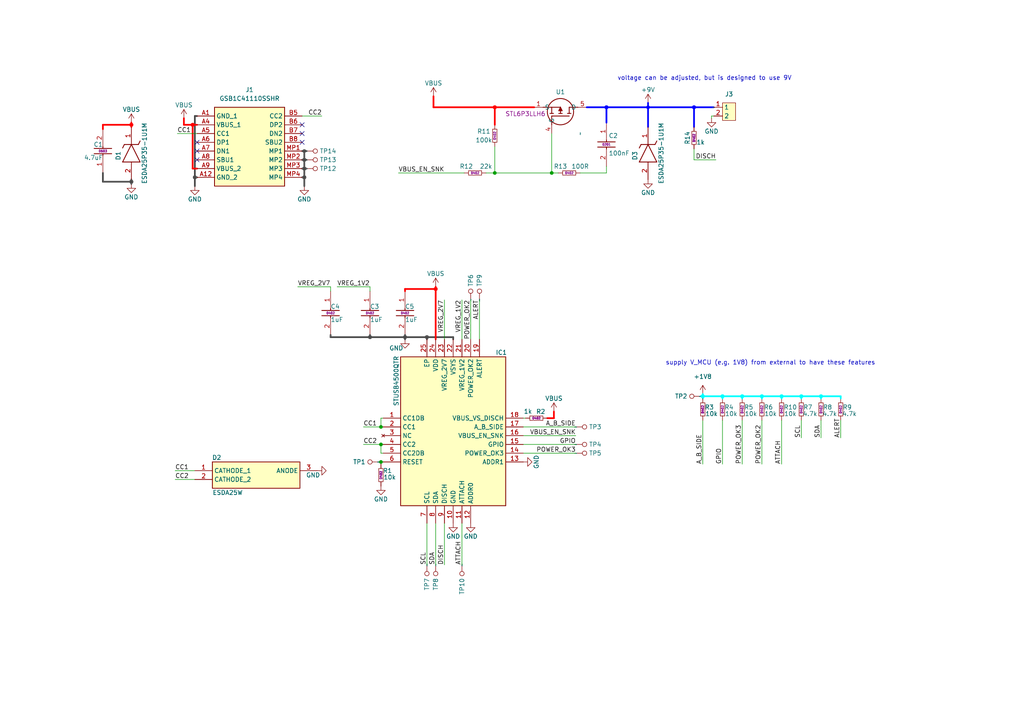
<source format=kicad_sch>
(kicad_sch (version 20230121) (generator eeschema)
  (paper "A4")
  (lib_symbols
    (symbol "power:+1V8" (power) (pin_names (offset 0))
      (property "Value" "+1V8" (at 0 3.556 0))
      (symbol "+1V8_0_1"
        (polyline (pts (xy -0.762 1.27) (xy 0 2.54)))
        (polyline (pts (xy 0 0) (xy 0 2.54)))
        (polyline (pts (xy 0 2.54) (xy 0.762 1.27)))
      )
      (symbol "+1V8_1_1"
        (pin power_in line (at 0 0 90) (length 0) hide (name "+1V8") (number "1"))
      )
    )
    (symbol "power:+9V" (power) (pin_names (offset 0))
      (property "Value" "+9V" (at 0 3.556 0))
      (symbol "+9V_0_1"
        (polyline (pts (xy -0.762 1.27) (xy 0 2.54)))
        (polyline (pts (xy 0 0) (xy 0 2.54)))
        (polyline (pts (xy 0 2.54) (xy 0.762 1.27)))
      )
      (symbol "+9V_1_1"
        (pin power_in line (at 0 0 90) (length 0) hide (name "+9V") (number "1"))
      )
    )
    (symbol "power:GND" (power) (pin_names (offset 0))
      (property "Value" "GND" (at 0 -3.81 0))
      (symbol "GND_0_1"
        (polyline (pts (xy 0 0) (xy 0 -1.27) (xy 1.27 -1.27) (xy 0 -2.54) (xy -1.27 -1.27) (xy 0 -1.27)))
      )
      (symbol "GND_1_1"
        (pin power_in line (at 0 0 270) (length 0) hide (name "GND") (number "1"))
      )
    )
    (symbol "power:VBUS" (power) (pin_names (offset 0))
      (property "Value" "VBUS" (at 0 3.81 0))
      (symbol "VBUS_0_1"
        (polyline (pts (xy -0.762 1.27) (xy 0 2.54)))
        (polyline (pts (xy 0 0) (xy 0 2.54)))
        (polyline (pts (xy 0 2.54) (xy 0.762 1.27)))
      )
      (symbol "VBUS_1_1"
        (pin power_in line (at 0 0 90) (length 0) hide (name "VBUS") (number "1"))
      )
    )
    (symbol "the_backrooms:ESDA25P35-1U1M" (pin_names hide)
      (property "Reference" "D" (at 10.16 8.89 0))
      (property "Value" "ESDA25P35-1U1M" (at 10.16 6.35 0))
      (symbol "ESDA25P35-1U1M_1_1"
        (polyline (pts (xy 4.064 2.54) (xy 5.08 2.032)) (stroke (width 0.254)))
        (polyline (pts (xy 5.08 -2.032) (xy 5.08 2.032)) (stroke (width 0.254)))
        (polyline (pts (xy 5.08 -2.032) (xy 6.096 -2.54)) (stroke (width 0.254)))
        (polyline (pts (xy 5.08 0) (xy 10.16 2.54)) (stroke (width 0.254)))
        (polyline (pts (xy 10.16 -2.54) (xy 5.08 0)) (stroke (width 0.254)))
        (polyline (pts (xy 10.16 -2.54) (xy 10.16 2.54)) (stroke (width 0.254)))
        (pin passive line (at 0 0 0) (length 5.08) (name "K") (number "1"))
        (pin passive line (at 15.24 0 180) (length 5.08) (name "A") (number "2"))
      )
    )
    (symbol "the_backrooms:ESDA25W"
      (property "Reference" "D" (at 31.75 7.62 0))
      (property "Value" "ESDA25W" (at 31.75 5.08 0))
      (symbol "ESDA25W_1_1"
        (rectangle (start 5.08 2.54) (end 30.48 -5.08) (stroke (width 0.254)) (fill (type background)))
        (pin passive line (at 0 0 0) (length 5.08) (name "CATHODE_1") (number "1"))
        (pin passive line (at 0 -2.54 0) (length 5.08) (name "CATHODE_2") (number "2"))
        (pin passive line (at 35.56 0 180) (length 5.08) (name "ANODE") (number "3"))
      )
    )
    (symbol "the_backrooms:GRM033R61E104KE14J" (pin_names hide)
      (property "Reference" "C" (at 8.89 6.35 0))
      (property "Value" "100nF" (at 8.89 3.81 0))
      (symbol "GRM033R61E104KE14J_1_1"
        (polyline (pts (xy 5.08 0) (xy 5.588 0)) (stroke (width 0.254)))
        (polyline (pts (xy 5.588 2.54) (xy 5.588 -2.54)) (stroke (width 0.254)))
        (polyline (pts (xy 7.112 0) (xy 7.62 0)) (stroke (width 0.254)))
        (polyline (pts (xy 7.112 2.54) (xy 7.112 -2.54)) (stroke (width 0.254)))
        (pin passive line (at 0 0 0) (length 5.08) (name "1") (number "1"))
        (pin passive line (at 12.7 0 180) (length 5.08) (name "2") (number "2"))
      )
    )
    (symbol "the_backrooms:GRM155C71C105KE11J" (pin_names hide)
      (property "Reference" "C" (at 8.89 6.35 0))
      (property "Value" "GRM155C71C105KE11J" (at 8.89 3.81 0))
      (symbol "GRM155C71C105KE11J_1_1"
        (polyline (pts (xy 5.08 0) (xy 5.588 0)) (stroke (width 0.254)))
        (polyline (pts (xy 5.588 2.54) (xy 5.588 -2.54)) (stroke (width 0.254)))
        (polyline (pts (xy 7.112 0) (xy 7.62 0)) (stroke (width 0.254)))
        (polyline (pts (xy 7.112 2.54) (xy 7.112 -2.54)) (stroke (width 0.254)))
        (pin passive line (at 0 0 0) (length 5.08) (name "1") (number "1"))
        (pin passive line (at 12.7 0 180) (length 5.08) (name "2") (number "2"))
      )
    )
    (symbol "the_backrooms:GRM188Z71C475KE21D" (pin_names hide)
      (property "Reference" "C" (at 8.89 6.35 0))
      (property "Value" "4.7uF" (at 8.89 3.81 0))
      (symbol "GRM188Z71C475KE21D_1_1"
        (polyline (pts (xy 5.08 0) (xy 5.588 0)) (stroke (width 0.254)))
        (polyline (pts (xy 5.588 2.54) (xy 5.588 -2.54)) (stroke (width 0.254)))
        (polyline (pts (xy 7.112 0) (xy 7.62 0)) (stroke (width 0.254)))
        (polyline (pts (xy 7.112 2.54) (xy 7.112 -2.54)) (stroke (width 0.254)))
        (pin passive line (at 0 0 0) (length 5.08) (name "1") (number "1"))
        (pin passive line (at 12.7 0 180) (length 5.08) (name "2") (number "2"))
      )
    )
    (symbol "the_backrooms:GSB1C41110SSHR"
      (property "Reference" "J" (at 26.67 7.62 0))
      (property "Value" "GSB1C41110SSHR" (at 26.67 5.08 0))
      (symbol "GSB1C41110SSHR_1_1"
        (rectangle (start 5.08 2.54) (end 25.4 -20.32) (stroke (width 0.254)) (fill (type background)))
        (pin passive line (at 0 0 0) (length 5.08) (name "GND_1") (number "A1"))
        (pin passive line (at 0 -17.78 0) (length 5.08) (name "GND_2") (number "A12"))
        (pin passive line (at 0 -2.54 0) (length 5.08) (name "VBUS_1") (number "A4"))
        (pin passive line (at 0 -5.08 0) (length 5.08) (name "CC1") (number "A5"))
        (pin passive line (at 0 -7.62 0) (length 5.08) (name "DP1") (number "A6"))
        (pin passive line (at 0 -10.16 0) (length 5.08) (name "DN1") (number "A7"))
        (pin passive line (at 0 -12.7 0) (length 5.08) (name "SBU1") (number "A8"))
        (pin passive line (at 0 -15.24 0) (length 5.08) (name "VBUS_2") (number "A9"))
        (pin passive line (at 30.48 0 180) (length 5.08) (name "CC2") (number "B5"))
        (pin passive line (at 30.48 -2.54 180) (length 5.08) (name "DP2") (number "B6"))
        (pin passive line (at 30.48 -5.08 180) (length 5.08) (name "DN2") (number "B7"))
        (pin passive line (at 30.48 -7.62 180) (length 5.08) (name "SBU2") (number "B8"))
        (pin passive line (at 30.48 -10.16 180) (length 5.08) (name "MP1") (number "MP1"))
        (pin passive line (at 30.48 -12.7 180) (length 5.08) (name "MP2") (number "MP2"))
        (pin passive line (at 30.48 -15.24 180) (length 5.08) (name "MP3") (number "MP3"))
        (pin passive line (at 30.48 -17.78 180) (length 5.08) (name "MP4") (number "MP4"))
      )
    )
    (symbol "the_backrooms:STL6P3LLH6"
      (property "Reference" "U" (at 0 0 0))
      (property "Mfr. No." "STL6P3LLH6" (at 0 0 0))
      (symbol "STL6P3LLH6_1_1"
        (polyline (pts (xy 2.54 -8.255) (xy 5.08 -8.255)) (stroke (width 0.254)))
        (polyline (pts (xy 5.08 -3.175) (xy 5.08 -8.255)) (stroke (width 0.254)))
        (polyline (pts (xy 5.842 -8.763) (xy 5.842 -7.747)) (stroke (width 0.254)))
        (polyline (pts (xy 5.842 -8.255) (xy 7.62 -8.255)) (stroke (width 0.254)))
        (polyline (pts (xy 5.842 -6.223) (xy 5.842 -5.207)) (stroke (width 0.254)))
        (polyline (pts (xy 5.842 -2.667) (xy 5.842 -3.683)) (stroke (width 0.254)))
        (polyline (pts (xy 7.62 -5.715) (xy 5.842 -5.715)) (stroke (width 0.254)))
        (polyline (pts (xy 7.62 -5.715) (xy 7.62 -10.795)) (stroke (width 0.254)))
        (polyline (pts (xy 7.62 -3.175) (xy 5.842 -3.175)) (stroke (width 0.254)))
        (polyline (pts (xy 7.62 -3.175) (xy 7.62 -0.635)) (stroke (width 0.254)))
        (polyline (pts (xy 7.62 -5.715) (xy 6.604 -6.223) (xy 6.604 -5.207) (xy 7.62 -5.715)) (stroke (width 0.254)) (fill (type outline)))
        (circle (center 6.35 -5.715) (radius 3.81) (stroke (width 0.254)))
        (pin passive line (at 7.62 -13.335 90) (length 2.54) (name "S") (number "1"))
        (pin passive line (at 7.62 -13.335 90) (length 2.54) hide (name "S") (number "2"))
        (pin passive line (at 7.62 -13.335 90) (length 2.54) hide (name "S") (number "3"))
        (pin passive line (at 0 -8.255 0) (length 2.54) (name "G") (number "4"))
        (pin passive line (at 7.62 1.905 270) (length 2.54) (name "D") (number "5"))
      )
    )
    (symbol "the_backrooms:STUSB4500QTR"
      (property "Reference" "IC" (at 36.83 22.86 0))
      (property "Value" "STUSB4500QTR" (at 36.83 20.32 0))
      (symbol "STUSB4500QTR_1_1"
        (rectangle (start 5.08 17.78) (end 35.56 -25.4) (stroke (width 0.254)) (fill (type background)))
        (pin passive line (at 0 0 0) (length 5.08) (name "CC1DB") (number "1"))
        (pin passive line (at 20.32 -30.48 90) (length 5.08) (name "GND") (number "10"))
        (pin passive line (at 22.86 -30.48 90) (length 5.08) (name "ATTACH") (number "11"))
        (pin passive line (at 25.4 -30.48 90) (length 5.08) (name "ADDR0") (number "12"))
        (pin passive line (at 40.64 -12.7 180) (length 5.08) (name "ADDR1") (number "13"))
        (pin passive line (at 40.64 -10.16 180) (length 5.08) (name "POWER_OK3") (number "14"))
        (pin passive line (at 40.64 -7.62 180) (length 5.08) (name "GPIO") (number "15"))
        (pin passive line (at 40.64 -5.08 180) (length 5.08) (name "VBUS_EN_SNK") (number "16"))
        (pin passive line (at 40.64 -2.54 180) (length 5.08) (name "A_B_SIDE") (number "17"))
        (pin passive line (at 40.64 0 180) (length 5.08) (name "VBUS_VS_DISCH") (number "18"))
        (pin passive line (at 27.94 22.86 270) (length 5.08) (name "ALERT") (number "19"))
        (pin passive line (at 0 -2.54 0) (length 5.08) (name "CC1") (number "2"))
        (pin passive line (at 25.4 22.86 270) (length 5.08) (name "POWER_OK2") (number "20"))
        (pin passive line (at 22.86 22.86 270) (length 5.08) (name "VREG_1V2") (number "21"))
        (pin passive line (at 20.32 22.86 270) (length 5.08) (name "VSYS") (number "22"))
        (pin passive line (at 17.78 22.86 270) (length 5.08) (name "VREG_2V7") (number "23"))
        (pin passive line (at 15.24 22.86 270) (length 5.08) (name "VDD") (number "24"))
        (pin passive line (at 12.7 22.86 270) (length 5.08) (name "EP") (number "25"))
        (pin no_connect line (at 0 -5.08 0) (length 5.08) (name "NC") (number "3"))
        (pin passive line (at 0 -7.62 0) (length 5.08) (name "CC2") (number "4"))
        (pin passive line (at 0 -10.16 0) (length 5.08) (name "CC2DB") (number "5"))
        (pin passive line (at 0 -12.7 0) (length 5.08) (name "RESET") (number "6"))
        (pin passive line (at 12.7 -30.48 90) (length 5.08) (name "SCL") (number "7"))
        (pin passive line (at 15.24 -30.48 90) (length 5.08) (name "SDA") (number "8"))
        (pin passive line (at 17.78 -30.48 90) (length 5.08) (name "DISCH") (number "9"))
      )
    )
    (symbol "the_backrooms:pin_header_male_2"
      (property "Reference" "J" (at 0 0 0))
      (symbol "pin_header_male_2_1_1"
        (rectangle (start -6.35 1.27) (end -2.54 -3.81) (fill (type background)))
        (pin free line (at 0 0 180) (length 2.54) (name "1") (number "1"))
        (pin free line (at 0 -2.54 180) (length 2.54) (name "2") (number "2"))
      )
    )
    (symbol "the_backrooms:res_0402"
      (property "Reference" "R" (at 3.175 -1.905 0))
      (property "Package/Case" "0402" (at -3.175 1.905 0))
      (symbol "res_0402_0_1"
        (rectangle (start 1.27 0.635) (end 5.08 -0.635))
      )
      (symbol "res_0402_1_1"
        (pin free line (at 0 0 0) (length 1.27) (name "") (number "1"))
        (pin free line (at 6.35 0 180) (length 1.27) (name "") (number "2"))
      )
    )
    (symbol "the_backrooms:tp_1mm"
      (property "Reference" "TP" (at -3.81 0 0))
      (symbol "tp_1mm_0_1"
        (circle (center -2.54 0) (radius 0.635))
        (polyline (pts (xy -1.905 0) (xy 0 0)))
      )
      (symbol "tp_1mm_1_1"
        (pin free line (at 0 0 180) (length 1) hide (name "1") (number "1"))
      )
    )
  )
  (junction (at 215.265 114.935) (diameter 1) (color 0 255 255 1))
  (junction (at 38.1 36.195) (diameter 1) (color 255 0 0 1))
  (junction (at 123.825 97.79) (diameter 1) (color 72 72 72 1))
  (junction (at 160.02 50.165))
  (junction (at 232.41 114.935) (diameter 1) (color 0 255 255 1))
  (junction (at 110.49 123.825))
  (junction (at 110.49 133.985))
  (junction (at 110.49 128.905))
  (junction (at 226.695 114.935) (diameter 1) (color 0 255 255 1))
  (junction (at 38.1 52.705) (diameter 1) (color 72 72 72 1))
  (junction (at 209.55 114.935) (diameter 1) (color 0 255 255 1))
  (junction (at 56.515 51.435) (diameter 1) (color 72 72 72 1))
  (junction (at 126.365 83.82) (diameter 1) (color 255 0 0 1))
  (junction (at 55.88 36.195) (diameter 1) (color 255 0 0 1))
  (junction (at 203.835 114.935) (diameter 1) (color 0 255 255 1))
  (junction (at 187.96 31.115) (color 0 0 255 1))
  (junction (at 175.895 31.115) (diameter 1) (color 0 0 255 1))
  (junction (at 143.51 50.165))
  (junction (at 201.295 31.115) (diameter 1) (color 0 0 255 1))
  (junction (at 238.125 114.935) (diameter 1) (color 0 255 255 1))
  (junction (at 88.265 51.435) (diameter 1) (color 72 72 72 1))
  (junction (at 88.265 43.815) (color 72 72 72 1))
  (junction (at 107.315 97.79) (diameter 1) (color 72 72 72 1))
  (junction (at 88.265 48.895) (diameter 1) (color 72 72 72 1))
  (junction (at 220.98 114.935) (diameter 1) (color 0 255 255 1))
  (junction (at 143.51 31.115) (diameter 1) (color 255 0 0 1))
  (junction (at 88.265 46.355) (diameter 1) (color 72 72 72 1))
  (junction (at 117.475 97.79) (diameter 1) (color 72 72 72 1))
  (no_connect (at 57.15 41.275))
  (no_connect (at 87.63 36.195))
  (no_connect (at 57.15 46.355))
  (no_connect (at 57.15 43.815))
  (no_connect (at 87.63 41.275))
  (no_connect (at 87.63 38.735))
  (wire (pts (xy 139.065 86.995) (xy 139.065 98.425)))
  (wire (pts (xy 123.825 97.79) (xy 123.825 98.425)) (stroke (width 0.5) (color 72 72 72 1)))
  (wire (pts (xy 107.315 83.185) (xy 107.315 84.455)))
  (wire (pts (xy 151.765 131.445) (xy 167.005 131.445)))
  (wire (pts (xy 95.885 97.79) (xy 107.315 97.79)) (stroke (width 0.5) (color 72 72 72 1)))
  (wire (pts (xy 226.695 114.935) (xy 226.695 115.57)) (stroke (width 0.5) (color 0 255 255 1)))
  (wire (pts (xy 203.835 114.935) (xy 203.835 115.57)) (stroke (width 0.5) (color 0 255 255 1)))
  (wire (pts (xy 143.51 31.115) (xy 143.51 36.195)) (stroke (width 0.5) (color 255 0 0 1)))
  (wire (pts (xy 161.925 50.165) (xy 160.02 50.165)))
  (wire (pts (xy 107.315 97.155) (xy 107.315 97.79)) (stroke (width 0.5) (color 72 72 72 1)))
  (wire (pts (xy 201.295 31.115) (xy 207.01 31.115)) (stroke (width 0.5) (color 0 0 255 1)))
  (wire (pts (xy 38.1 36.195) (xy 38.1 36.83)) (stroke (width 0.5) (color 255 0 0 1)))
  (wire (pts (xy 110.49 123.825) (xy 111.125 123.825)))
  (wire (pts (xy 187.96 31.115) (xy 187.96 36.83)) (stroke (width 0.5) (color 0 0 255 1)))
  (wire (pts (xy 105.41 128.905) (xy 110.49 128.905)))
  (wire (pts (xy 88.265 48.895) (xy 88.9 48.895)) (stroke (width 0.5) (color 72 72 72 1)))
  (wire (pts (xy 203.835 121.92) (xy 203.835 134.62)))
  (wire (pts (xy 206.375 33.655) (xy 207.01 33.655)))
  (wire (pts (xy 110.49 131.445) (xy 110.49 128.905)))
  (wire (pts (xy 110.49 133.985) (xy 111.125 133.985)))
  (wire (pts (xy 151.765 123.825) (xy 167.005 123.825)))
  (wire (pts (xy 110.49 133.985) (xy 110.49 134.62)))
  (wire (pts (xy 168.275 50.165) (xy 175.895 50.165)))
  (wire (pts (xy 110.49 121.285) (xy 110.49 123.825)))
  (wire (pts (xy 53.34 34.29) (xy 53.34 36.195)) (stroke (width 0.5) (color 255 0 0 1)))
  (wire (pts (xy 232.41 121.92) (xy 232.41 127)))
  (wire (pts (xy 88.265 51.435) (xy 88.265 53.975)) (stroke (width 0.5) (color 72 72 72 1)))
  (wire (pts (xy 123.825 151.765) (xy 123.825 163.83)))
  (wire (pts (xy 238.125 121.92) (xy 238.125 127)))
  (wire (pts (xy 56.515 51.435) (xy 56.515 53.975)) (stroke (width 0.5) (color 72 72 72 1)))
  (wire (pts (xy 56.515 51.435) (xy 57.15 51.435)) (stroke (width 0.5) (color 72 72 72 1)))
  (wire (pts (xy 203.835 114.935) (xy 209.55 114.935)) (stroke (width 0.5) (color 0 255 255 1)))
  (wire (pts (xy 226.695 121.92) (xy 226.695 134.62)))
  (wire (pts (xy 123.825 97.79) (xy 117.475 97.79)) (stroke (width 0.5) (color 72 72 72 1)))
  (wire (pts (xy 140.97 50.165) (xy 143.51 50.165)))
  (wire (pts (xy 131.445 97.79) (xy 123.825 97.79)) (stroke (width 0.5) (color 72 72 72 1)))
  (wire (pts (xy 175.895 50.165) (xy 175.895 48.26)))
  (wire (pts (xy 243.84 121.92) (xy 243.84 127)))
  (wire (pts (xy 201.295 46.355) (xy 207.645 46.355)))
  (wire (pts (xy 38.1 52.705) (xy 29.845 52.705)) (stroke (width 0.5) (color 72 72 72 1)))
  (wire (pts (xy 226.695 114.935) (xy 232.41 114.935)) (stroke (width 0.5) (color 0 255 255 1)))
  (wire (pts (xy 115.57 50.165) (xy 134.62 50.165)))
  (wire (pts (xy 238.125 114.935) (xy 238.125 115.57)) (stroke (width 0.5) (color 0 255 255 1)))
  (wire (pts (xy 53.34 36.195) (xy 55.88 36.195)) (stroke (width 0.5) (color 255 0 0 1)))
  (wire (pts (xy 88.265 43.815) (xy 88.9 43.815)) (stroke (width 0.5) (color 72 72 72 1)))
  (wire (pts (xy 88.265 48.895) (xy 88.265 51.435)) (stroke (width 0.5) (color 72 72 72 1)))
  (wire (pts (xy 93.345 33.655) (xy 87.63 33.655)))
  (wire (pts (xy 105.41 123.825) (xy 110.49 123.825)))
  (wire (pts (xy 220.98 115.57) (xy 220.98 114.935)) (stroke (width 0.5) (color 0 255 255 1)))
  (wire (pts (xy 50.8 139.065) (xy 56.515 139.065)))
  (wire (pts (xy 57.15 33.655) (xy 56.515 33.655)) (stroke (width 0.5) (color 72 72 72 1)))
  (wire (pts (xy 136.525 86.995) (xy 136.525 98.425)))
  (wire (pts (xy 201.295 43.18) (xy 201.295 46.355)))
  (wire (pts (xy 187.96 31.115) (xy 201.295 31.115)) (stroke (width 0.5) (color 0 0 255 1)))
  (wire (pts (xy 160.655 119.38) (xy 160.655 121.285)) (stroke (width 0.5) (color 255 0 0 1)))
  (wire (pts (xy 57.15 48.895) (xy 55.88 48.895)) (stroke (width 0.5) (color 255 0 0 1)))
  (wire (pts (xy 209.55 114.935) (xy 215.265 114.935)) (stroke (width 0.5) (color 0 255 255 1)))
  (wire (pts (xy 88.265 46.355) (xy 88.9 46.355)) (stroke (width 0.5) (color 72 72 72 1)))
  (wire (pts (xy 133.985 151.765) (xy 133.985 163.83)))
  (wire (pts (xy 56.515 33.655) (xy 56.515 51.435)) (stroke (width 0.5) (color 72 72 72 1)))
  (wire (pts (xy 220.98 114.935) (xy 215.265 114.935)) (stroke (width 0.5) (color 0 255 255 1)))
  (wire (pts (xy 109.855 133.985) (xy 110.49 133.985)))
  (wire (pts (xy 95.885 83.185) (xy 95.885 84.455)))
  (wire (pts (xy 88.265 43.815) (xy 88.265 46.355)) (stroke (width 0.5) (color 72 72 72 1)))
  (wire (pts (xy 175.895 35.56) (xy 175.895 31.115)) (stroke (width 0.5) (color 0 0 255 1)))
  (wire (pts (xy 203.835 114.935) (xy 203.835 114.3)) (stroke (width 0.5) (color 0 255 255 1)))
  (wire (pts (xy 243.84 115.57) (xy 243.84 114.935)) (stroke (width 0.5) (color 0 255 255 1)))
  (wire (pts (xy 38.1 52.705) (xy 38.1 52.07)) (stroke (width 0.5) (color 72 72 72 1)))
  (wire (pts (xy 151.765 121.285) (xy 152.4 121.285)))
  (wire (pts (xy 86.36 83.185) (xy 95.885 83.185)))
  (wire (pts (xy 55.88 48.895) (xy 55.88 36.195)) (stroke (width 0.5) (color 255 0 0 1)))
  (wire (pts (xy 206.375 34.29) (xy 206.375 33.655)))
  (wire (pts (xy 126.365 83.185) (xy 126.365 83.82)) (stroke (width 0.5) (color 255 0 0 1)))
  (wire (pts (xy 38.1 36.195) (xy 29.845 36.195)) (stroke (width 0.5) (color 255 0 0 1)))
  (wire (pts (xy 209.55 121.92) (xy 209.55 134.62)))
  (wire (pts (xy 88.265 51.435) (xy 87.63 51.435)) (stroke (width 0.5) (color 72 72 72 1)))
  (wire (pts (xy 143.51 42.545) (xy 143.51 50.165)))
  (wire (pts (xy 160.02 50.165) (xy 160.02 38.735)))
  (wire (pts (xy 29.845 52.705) (xy 29.845 50.165)) (stroke (width 0.5) (color 72 72 72 1)))
  (wire (pts (xy 55.88 36.195) (xy 57.15 36.195)) (stroke (width 0.5) (color 255 0 0 1)))
  (wire (pts (xy 232.41 114.935) (xy 232.41 115.57)) (stroke (width 0.5) (color 0 255 255 1)))
  (wire (pts (xy 107.315 97.79) (xy 117.475 97.79)) (stroke (width 0.5) (color 72 72 72 1)))
  (wire (pts (xy 187.96 29.845) (xy 187.96 31.115)) (stroke (width 0.5) (color 0 0 255 1)))
  (wire (pts (xy 88.265 46.355) (xy 88.265 48.895)) (stroke (width 0.5) (color 72 72 72 1)))
  (wire (pts (xy 117.475 83.82) (xy 126.365 83.82)) (stroke (width 0.5) (color 255 0 0 1)))
  (wire (pts (xy 110.49 128.905) (xy 111.125 128.905)))
  (wire (pts (xy 243.84 114.935) (xy 238.125 114.935)) (stroke (width 0.5) (color 0 255 255 1)))
  (wire (pts (xy 215.265 121.92) (xy 215.265 134.62)))
  (wire (pts (xy 111.125 121.285) (xy 110.49 121.285)))
  (wire (pts (xy 97.79 83.185) (xy 107.315 83.185)))
  (wire (pts (xy 151.765 128.905) (xy 167.005 128.905)))
  (wire (pts (xy 215.265 114.935) (xy 215.265 115.57)) (stroke (width 0.5) (color 0 255 255 1)))
  (wire (pts (xy 95.885 97.155) (xy 95.885 97.79)) (stroke (width 0.5) (color 72 72 72 1)))
  (wire (pts (xy 38.1 35.56) (xy 38.1 36.195)) (stroke (width 0.5) (color 255 0 0 1)))
  (wire (pts (xy 238.125 114.935) (xy 232.41 114.935)) (stroke (width 0.5) (color 0 255 255 1)))
  (wire (pts (xy 29.845 36.195) (xy 29.845 37.465)) (stroke (width 0.5) (color 255 0 0 1)))
  (wire (pts (xy 170.18 31.115) (xy 175.895 31.115)) (stroke (width 0.5) (color 0 0 255 1)))
  (wire (pts (xy 88.265 46.355) (xy 87.63 46.355)) (stroke (width 0.5) (color 72 72 72 1)))
  (wire (pts (xy 175.895 31.115) (xy 187.96 31.115)) (stroke (width 0.5) (color 0 0 255 1)))
  (wire (pts (xy 151.765 126.365) (xy 167.005 126.365)))
  (wire (pts (xy 50.8 136.525) (xy 56.515 136.525)))
  (wire (pts (xy 128.905 151.765) (xy 128.905 163.83)))
  (wire (pts (xy 201.295 31.115) (xy 201.295 36.83)) (stroke (width 0.5) (color 0 0 255 1)))
  (wire (pts (xy 128.905 86.995) (xy 128.905 98.425)))
  (wire (pts (xy 111.125 131.445) (xy 110.49 131.445)))
  (wire (pts (xy 117.475 97.155) (xy 117.475 97.79)) (stroke (width 0.5) (color 72 72 72 1)))
  (wire (pts (xy 203.2 114.935) (xy 203.835 114.935)) (stroke (width 0.5) (color 0 255 255 1)))
  (wire (pts (xy 38.1 53.34) (xy 38.1 52.705)) (stroke (width 0.5) (color 72 72 72 1)))
  (wire (pts (xy 158.75 121.285) (xy 160.655 121.285)) (stroke (width 0.5) (color 255 0 0 1)))
  (wire (pts (xy 131.445 98.425) (xy 131.445 97.79)) (stroke (width 0.5) (color 72 72 72 1)))
  (wire (pts (xy 126.365 83.82) (xy 126.365 98.425)) (stroke (width 0.5) (color 255 0 0 1)))
  (wire (pts (xy 126.365 151.765) (xy 126.365 163.83)))
  (wire (pts (xy 88.265 48.895) (xy 87.63 48.895)) (stroke (width 0.5) (color 72 72 72 1)))
  (wire (pts (xy 125.73 27.94) (xy 125.73 31.115)) (stroke (width 0.5) (color 255 0 0 1)))
  (wire (pts (xy 154.94 31.115) (xy 143.51 31.115)) (stroke (width 0.5) (color 255 0 0 1)))
  (wire (pts (xy 51.435 38.735) (xy 57.15 38.735)))
  (wire (pts (xy 117.475 98.425) (xy 117.475 97.79)) (stroke (width 0.5) (color 72 72 72 1)))
  (wire (pts (xy 87.63 43.815) (xy 88.265 43.815)) (stroke (width 0.5) (color 72 72 72 1)))
  (wire (pts (xy 143.51 31.115) (xy 125.73 31.115)) (stroke (width 0.5) (color 255 0 0 1)))
  (wire (pts (xy 143.51 50.165) (xy 160.02 50.165)))
  (wire (pts (xy 209.55 114.935) (xy 209.55 115.57)) (stroke (width 0.5) (color 0 255 255 1)))
  (wire (pts (xy 220.98 121.92) (xy 220.98 134.62)))
  (wire (pts (xy 220.98 114.935) (xy 226.695 114.935)) (stroke (width 0.5) (color 0 255 255 1)))
  (wire (pts (xy 117.475 84.455) (xy 117.475 83.82)) (stroke (width 0.5) (color 255 0 0 1)))
  (wire (pts (xy 133.985 86.995) (xy 133.985 98.425)))
  (text "supply V_MCU (e.g. 1V8) from external to have these features" (at 193.04 106.045 0) (effects (font (size 1.27 1.27)) (justify left bottom)))
  (text "voltage can be adjusted, but is designed to use 9V" (at 179.07 23.495 0) (effects (font (size 1.27 1.27)) (justify left bottom)))
  (label "POWER_OK2" (at 136.525 86.995 270))
  (label "VREG_2V7" (at 86.36 83.185 0))
  (label "SCL" (at 232.41 127 90))
  (label "POWER_OK3" (at 215.265 134.62 90))
  (label "CC2" (at 105.41 128.905 0))
  (label "ATTACH" (at 133.985 163.83 90))
  (label "ALERT" (at 139.065 86.995 270))
  (label "DISCH" (at 207.645 46.355 180))
  (label "VREG_2V7" (at 128.905 86.995 270))
  (label "VBUS_EN_SNK" (at 167.005 126.365 180))
  (label "CC2" (at 50.8 139.065 0))
  (label "CC2" (at 93.345 33.655 180))
  (label "SCL" (at 123.825 163.83 90))
  (label "ATTACH" (at 226.695 134.62 90))
  (label "SDA" (at 126.365 163.83 90))
  (label "GPIO" (at 167.005 128.905 180))
  (label "POWER_OK3" (at 167.005 131.445 180))
  (label "GPIO" (at 209.55 134.62 90))
  (label "CC1" (at 105.41 123.825 0))
  (label "VBUS_EN_SNK" (at 115.57 50.165 0))
  (label "CC1" (at 50.8 136.525 0))
  (label "VREG_1V2" (at 97.79 83.185 0))
  (label "CC1" (at 51.435 38.735 0))
  (label "ALERT" (at 243.84 127 90))
  (label "A_B_SIDE" (at 167.005 123.825 180))
  (label "VREG_1V2" (at 133.985 86.995 270))
  (label "SDA" (at 238.125 127 90))
  (label "POWER_OK2" (at 220.98 134.62 90))
  (label "DISCH" (at 128.905 163.83 90))
  (label "A_B_SIDE" (at 203.835 134.62 90))
  (symbol (lib_id "the_backrooms:tp_1mm") (at 167.005 131.445 180) (unit 1)
    (property "Reference" "TP5" (at 170.815 131.445 0) (effects (justify right)))
    (property "Value" "~" (at 167.005 131.445 0))
    (property "Footprint" "the_backrooms:tp_1mm" (effects hide))
  )
  (symbol (lib_id "the_backrooms:tp_1mm") (at 139.065 86.995 270) (unit 1)
    (property "Reference" "TP9" (at 139.065 83.185 0) (effects (justify right)))
    (property "Value" "~" (at 139.065 86.995 0))
    (property "Footprint" "the_backrooms:tp_1mm" (effects hide))
  )
  (symbol (lib_id "the_backrooms:STUSB4500QTR") (at 111.125 121.285 0) (unit 1)
    (property "Reference" "IC1" (at 145.415 102.235 0))
    (property "Value" "STUSB4500QTR" (at 114.935 110.49 90))
    (property "Footprint" "the_backrooms:QFN50P400X400X100-25N-D" (effects hide))
    (property "Datasheet" "https://www.st.com/resource/en/datasheet/stusb4500.pdf" (effects hide))
    (property "Height" "1" (effects hide))
    (property "Manufacturer_Name" "STMicroelectronics" (effects hide))
    (property "Manufacturer_Part_Number" "STUSB4500QTR" (effects hide))
    (property "Mouser Part Number" "511-STUSB4500QTR" (effects hide))
    (property "Mouser Price/Stock" "https://www.mouser.co.uk/ProductDetail/STMicroelectronics/STUSB4500QTR?qs=wUXugUrL1qyQbYMSzG1ujg%3D%3D" (effects hide))
    (property "Arrow Part Number" "STUSB4500QTR" (effects hide))
    (property "Arrow Price/Stock" "https://www.arrow.com/en/products/stusb4500qtr/stmicroelectronics?region=europe" (effects hide))
  )
  (symbol (lib_id "power:GND") (at 187.96 52.07 0) (unit 1)
    (property "Reference" "#PWR015" (effects hide))
    (property "Value" "GND" (at 187.96 55.88 0))
  )
  (symbol (lib_id "power:VBUS") (at 125.73 27.94 0) (unit 1)
    (property "Reference" "#PWR018" (effects hide))
    (property "Value" "VBUS" (at 125.73 24.13 0))
  )
  (symbol (lib_id "power:VBUS") (at 53.34 34.29 0) (unit 1)
    (property "Reference" "#PWR03" (effects hide))
    (property "Value" "VBUS" (at 53.34 30.48 0))
  )
  (symbol (lib_id "the_backrooms:tp_1mm") (at 133.985 163.83 90) (unit 1)
    (property "Reference" "TP10" (at 133.985 167.64 0) (effects (justify right)))
    (property "Value" "~" (at 133.985 163.83 0))
    (property "Footprint" "the_backrooms:tp_1mm" (effects hide))
  )
  (symbol (lib_id "the_backrooms:GRM155C71C105KE11J") (at 107.315 84.455 90) (mirror x) (unit 1)
    (property "Reference" "C3" (at 107.315 88.9 90) (effects (justify right)))
    (property "Value" "1uF" (at 107.315 92.71 90) (effects (justify right)))
    (property "Footprint" "the_backrooms:CAPC1005X55N" (effects hide))
    (property "Datasheet" "http://www.murata.com/~/media/webrenewal/support/library/catalog/products/capacitor/mlcc/c02e.pdf" (effects hide))
    (property "Height" "0.55" (effects hide))
    (property "Manufacturer_Name" "Murata Electronics" (effects hide))
    (property "Manufacturer_Part_Number" "GRM155C71C105KE11J" (effects hide))
    (property "Mouser Part Number" "81-GRM155C71C105KE11" (effects hide))
    (property "Mouser Price/Stock" "https://www.mouser.co.uk/ProductDetail/Murata-Electronics/GRM155C71C105KE11J?qs=pUKx8fyJudDfEc2RwhPUhw%3D%3D" (effects hide))
    (property "Mfr. No." "GRM155C71C105KE11J" (effects hide))
    (property "Package/Case" "0402" (at 106.045 90.805 90) (effects (font (size 0.635 0.635)) (justify right)))
    (property "Description" "Multilayer Ceramic Capacitors MLCC - SMD/SMT" (effects hide))
  )
  (symbol (lib_id "the_backrooms:res_0402") (at 140.97 50.165 180) (unit 1)
    (property "Reference" "R12" (at 135.255 48.26 0))
    (property "Value" "22k" (at 140.97 48.26 0))
    (property "Footprint" "the_backrooms:0402_res" (effects hide))
    (property "Package/Case" "0402" (at 137.795 50.165 0) (effects (font (size 0.635 0.635))))
    (property "Mfr. No." "ERA-2AED223X" (effects hide))
  )
  (symbol (lib_id "power:GND") (at 131.445 151.765 0) (unit 1)
    (property "Reference" "#PWR011" (effects hide))
    (property "Value" "GND" (at 131.445 155.575 0))
  )
  (symbol (lib_id "the_backrooms:res_0402") (at 203.835 121.92 90) (unit 1)
    (property "Reference" "R3" (at 205.74 118.11 90))
    (property "Value" "10k" (at 206.375 120.015 90))
    (property "Footprint" "the_backrooms:0402_res" (effects hide))
    (property "Package/Case" "0402" (at 203.835 118.745 0) (effects (font (size 0.635 0.635))))
    (property "Mfr. No." "ERA-2AED104X" (effects hide))
    (property "Description" "Thin Film Resistors - SMD 0402 100Kohm .5% AEC-Q200" (effects hide))
  )
  (symbol (lib_id "the_backrooms:tp_1mm") (at 203.2 114.935 0) (unit 1)
    (property "Reference" "TP2" (at 199.39 114.935 0) (effects (justify right)))
    (property "Value" "~" (at 203.2 114.935 0))
    (property "Footprint" "the_backrooms:tp_1mm" (effects hide))
  )
  (symbol (lib_id "power:GND") (at 151.765 133.985 90) (unit 1)
    (property "Reference" "#PWR013" (effects hide))
    (property "Value" "GND" (at 155.575 133.985 0))
  )
  (symbol (lib_id "power:GND") (at 110.49 140.97 0) (unit 1)
    (property "Reference" "#PWR07" (effects hide))
    (property "Value" "GND" (at 110.49 144.78 0))
  )
  (symbol (lib_id "power:GND") (at 92.075 136.525 90) (unit 1)
    (property "Reference" "#PWR06" (effects hide))
    (property "Value" "GND" (at 90.805 137.795 90))
  )
  (symbol (lib_id "the_backrooms:tp_1mm") (at 88.9 48.895 180) (unit 1)
    (property "Reference" "TP12" (at 92.71 48.895 0) (effects (justify right)))
    (property "Value" "~" (at 88.9 48.895 0))
    (property "Footprint" "the_backrooms:tp_1mm" (effects hide))
  )
  (symbol (lib_id "power:+1V8") (at 203.835 114.3 0) (unit 1)
    (property "Reference" "#PWR010" (effects hide))
    (property "Value" "+1V8" (at 203.835 109.22 0))
  )
  (symbol (lib_id "the_backrooms:GSB1C41110SSHR") (at 57.15 33.655 0) (unit 1)
    (property "Reference" "J1" (at 72.39 26.035 0))
    (property "Value" "GSB1C41110SSHR" (at 72.39 28.575 0))
    (property "Footprint" "the_backrooms:GSB1C41110SSHR" (effects hide))
    (property "Datasheet" "https://cdn.amphenol-cs.com/media/wysiwyg/files/drawing/gsb1c41x10sshr-ax1.pdf" (effects hide))
    (property "Height" "3.41" (effects hide))
    (property "Manufacturer_Name" "Amphenol Communications Solutions" (effects hide))
    (property "Manufacturer_Part_Number" "GSB1C41110SSHR" (effects hide))
  )
  (symbol (lib_id "power:GND") (at 56.515 53.975 0) (unit 1)
    (property "Reference" "#PWR02" (effects hide))
    (property "Value" "GND" (at 56.515 57.785 0))
  )
  (symbol (lib_id "the_backrooms:pin_header_male_2") (at 207.01 31.115 0) (mirror y) (unit 1)
    (property "Reference" "J3" (at 211.455 27.305 0))
    (property "Value" "~" (at 207.01 31.115 0))
    (property "Footprint" "the_backrooms:pin_header_male_2pin" (effects hide))
  )
  (symbol (lib_id "the_backrooms:res_0402") (at 232.41 121.92 90) (unit 1)
    (property "Reference" "R7" (at 234.315 118.11 90))
    (property "Value" "4.7k" (at 234.95 120.015 90))
    (property "Footprint" "the_backrooms:0402_res" (effects hide))
    (property "Package/Case" "0402" (at 232.41 118.745 0) (effects (font (size 0.635 0.635))))
    (property "Mfr. No." "ERA-2AED472X" (effects hide))
    (property "Description" "Thin Film Resistors - SMD 0402 100Kohm .5% AEC-Q200" (effects hide))
  )
  (symbol (lib_id "the_backrooms:tp_1mm") (at 167.005 128.905 180) (unit 1)
    (property "Reference" "TP4" (at 170.815 128.905 0) (effects (justify right)))
    (property "Value" "~" (at 167.005 128.905 0))
    (property "Footprint" "the_backrooms:tp_1mm" (effects hide))
  )
  (symbol (lib_id "power:GND") (at 136.525 151.765 0) (unit 1)
    (property "Reference" "#PWR012" (effects hide))
    (property "Value" "GND" (at 136.525 155.575 0))
  )
  (symbol (lib_id "power:GND") (at 117.475 98.425 0) (unit 1)
    (property "Reference" "#PWR020" (effects hide))
    (property "Value" "GND" (at 114.935 100.965 0))
  )
  (symbol (lib_id "the_backrooms:GRM033R61E104KE14J") (at 175.895 35.56 90) (mirror x) (unit 1)
    (property "Reference" "C2" (at 176.53 39.37 90) (effects (justify right)))
    (property "Value" "100nF" (at 176.53 44.45 90) (effects (justify right)))
    (property "Footprint" "the_backrooms:CAPC0603X33N" (effects hide))
    (property "Datasheet" "http://www.murata.com/~/media/webrenewal/support/library/catalog/products/capacitor/mlcc/c02e.pdf" (effects hide))
    (property "Height" "0.33" (effects hide))
    (property "Manufacturer_Name" "Murata Electronics" (effects hide))
    (property "Manufacturer_Part_Number" "GRM033R61E104KE14J" (effects hide))
    (property "Mouser Part Number" "81-GRM033R61E104KE4J" (effects hide))
    (property "Mouser Price/Stock" "https://www.mouser.co.uk/ProductDetail/Murata-Electronics/GRM033R61E104KE14J?qs=hNud%2FORuBR2oQhcvd00LsA%3D%3D" (effects hide))
    (property "Arrow Part Number" "GRM033R61E104KE14J" (effects hide))
    (property "Arrow Price/Stock" "https://www.arrow.com/en/products/grm033r61e104ke14j/murata-manufacturing?region=nac" (effects hide))
    (property "Mfr. No." "GRM033R61E104KE14J" (effects hide))
    (property "Package/Case" "0201" (at 175.895 41.91 90) (effects (font (size 0.635 0.635))))
    (property "Description" "Multilayer Ceramic Capacitors MLCC - SMD/SMT 0.1 uF 25 VDC 10% 0201 X5R" (effects hide))
  )
  (symbol (lib_id "the_backrooms:tp_1mm") (at 109.855 133.985 0) (unit 1)
    (property "Reference" "TP1" (at 106.045 133.985 0) (effects (justify right)))
    (property "Value" "~" (at 109.855 133.985 0))
    (property "Footprint" "the_backrooms:tp_1mm" (effects hide))
  )
  (symbol (lib_id "the_backrooms:res_0402") (at 209.55 121.92 90) (unit 1)
    (property "Reference" "R4" (at 211.455 118.11 90))
    (property "Value" "10k" (at 212.09 120.015 90))
    (property "Footprint" "the_backrooms:0402_res" (effects hide))
    (property "Package/Case" "0402" (at 209.55 118.745 0) (effects (font (size 0.635 0.635))))
    (property "Mfr. No." "ERA-2AED104X" (effects hide))
    (property "Description" "Thin Film Resistors - SMD 0402 100Kohm .5% AEC-Q200" (effects hide))
  )
  (symbol (lib_id "the_backrooms:res_0402") (at 220.98 121.92 90) (unit 1)
    (property "Reference" "R6" (at 222.885 118.11 90))
    (property "Value" "10k" (at 223.52 120.015 90))
    (property "Footprint" "the_backrooms:0402_res" (effects hide))
    (property "Package/Case" "0402" (at 220.98 118.745 0) (effects (font (size 0.635 0.635))))
    (property "Mfr. No." "ERA-2AED104X" (effects hide))
    (property "Description" "Thin Film Resistors - SMD 0402 100Kohm .5% AEC-Q200" (effects hide))
  )
  (symbol (lib_id "the_backrooms:res_0402") (at 226.695 121.92 90) (unit 1)
    (property "Reference" "R10" (at 229.235 118.11 90))
    (property "Value" "10k" (at 229.235 120.015 90))
    (property "Footprint" "the_backrooms:0402_res" (effects hide))
    (property "Package/Case" "0402" (at 226.695 118.745 0) (effects (font (size 0.635 0.635))))
    (property "Mfr. No." "ERA-2AED104X" (effects hide))
    (property "Description" "Thin Film Resistors - SMD 0402 100Kohm .5% AEC-Q200" (effects hide))
  )
  (symbol (lib_id "power:GND") (at 88.265 53.975 0) (unit 1)
    (property "Reference" "#PWR01" (effects hide))
    (property "Value" "GND" (at 88.265 57.785 0))
  )
  (symbol (lib_id "the_backrooms:ESDA25P35-1U1M") (at 38.1 36.83 270) (unit 1)
    (property "Reference" "D1" (at 34.29 43.815 0) (effects (justify left)))
    (property "Value" "ESDA25P35-1U1M" (at 41.91 35.56 0) (effects (justify left)))
    (property "Footprint" "the_backrooms:ESDA25P351U1M" (effects hide))
    (property "Datasheet" "https://www.st.com/resource/en/datasheet/esda25p35-1u1m.pdf" (effects hide))
    (property "Height" "0.6" (effects hide))
    (property "Manufacturer_Name" "STMicroelectronics" (effects hide))
    (property "Manufacturer_Part_Number" "ESDA25P35-1U1M" (effects hide))
    (property "Mouser Part Number" "511-ESDA25P35-1U1M" (effects hide))
    (property "Mouser Price/Stock" "https://www.mouser.co.uk/ProductDetail/STMicroelectronics/ESDA25P35-1U1M?qs=aVyJF2WnouQUWqgNP85ZrA%3D%3D" (effects hide))
    (property "Arrow Part Number" "ESDA25P35-1U1M" (effects hide))
    (property "Arrow Price/Stock" "https://www.arrow.com/en/products/esda25p35-1u1m/stmicroelectronics?region=europe" (effects hide))
  )
  (symbol (lib_id "the_backrooms:tp_1mm") (at 88.9 46.355 180) (unit 1)
    (property "Reference" "TP13" (at 92.71 46.355 0) (effects (justify right)))
    (property "Value" "~" (at 88.9 46.355 0))
    (property "Footprint" "the_backrooms:tp_1mm" (effects hide))
  )
  (symbol (lib_id "the_backrooms:STL6P3LLH6") (at 168.275 38.735 270) (mirror x) (unit 1)
    (property "Reference" "U1" (at 162.56 26.67 90))
    (property "Value" "~" (at 168.275 38.735 0))
    (property "Footprint" "the_backrooms:STL6P3LLH6" (effects hide))
    (property "Mfr. No." "STL6P3LLH6" (at 152.4 33.02 90))
  )
  (symbol (lib_id "power:+9V") (at 187.96 29.845 0) (unit 1)
    (property "Reference" "#PWR016" (effects hide))
    (property "Value" "+9V" (at 187.96 26.035 0))
  )
  (symbol (lib_id "the_backrooms:ESDA25W") (at 56.515 136.525 0) (unit 1)
    (property "Reference" "D2" (at 62.865 132.715 0))
    (property "Value" "ESDA25W" (at 66.04 142.875 0))
    (property "Footprint" "the_backrooms:SOT65P210X110-3N" (effects hide))
    (property "Datasheet" "https://www.st.com/resource/en/datasheet/esdaxxxwx.pdf" (effects hide))
    (property "Height" "1.1" (effects hide))
    (property "Manufacturer_Name" "STMicroelectronics" (effects hide))
    (property "Manufacturer_Part_Number" "ESDA25W" (effects hide))
    (property "Mouser Part Number" "511-ESDA25W" (effects hide))
    (property "Mouser Price/Stock" "https://www.mouser.co.uk/ProductDetail/STMicroelectronics/ESDA25W?qs=f9uBznyCLhbO4Du0O%2FZtlA%3D%3D" (effects hide))
    (property "Arrow Part Number" "ESDA25W" (effects hide))
    (property "Arrow Price/Stock" "https://www.arrow.com/en/products/esda25w/stmicroelectronics?region=nac" (effects hide))
  )
  (symbol (lib_id "the_backrooms:tp_1mm") (at 126.365 163.83 90) (unit 1)
    (property "Reference" "TP8" (at 126.365 167.64 0) (effects (justify right)))
    (property "Value" "~" (at 126.365 163.83 0))
    (property "Footprint" "the_backrooms:tp_1mm" (effects hide))
  )
  (symbol (lib_id "the_backrooms:res_0402") (at 243.84 121.92 90) (unit 1)
    (property "Reference" "R9" (at 245.745 118.11 90))
    (property "Value" "4.7k" (at 246.38 120.015 90))
    (property "Footprint" "the_backrooms:0402_res" (effects hide))
    (property "Package/Case" "0402" (at 243.84 118.745 0) (effects (font (size 0.635 0.635))))
    (property "Mfr. No." "ERA-2AED472X" (effects hide))
    (property "Description" "Thin Film Resistors - SMD 0402 100Kohm .5% AEC-Q200" (effects hide))
  )
  (symbol (lib_id "the_backrooms:tp_1mm") (at 136.525 86.995 270) (unit 1)
    (property "Reference" "TP6" (at 136.525 83.185 0) (effects (justify right)))
    (property "Value" "~" (at 136.525 86.995 0))
    (property "Footprint" "the_backrooms:tp_1mm" (effects hide))
  )
  (symbol (lib_id "the_backrooms:GRM188Z71C475KE21D") (at 29.845 50.165 270) (mirror x) (unit 1)
    (property "Reference" "C1" (at 29.845 41.91 90) (effects (justify right)))
    (property "Value" "4.7uF" (at 29.845 45.72 90) (effects (justify right)))
    (property "Footprint" "the_backrooms:CAPC1608X90N" (effects hide))
    (property "Mfr. No." "GRM188Z71C475KE21D" (effects hide))
    (property "Package/Case" "0603" (at 31.115 43.815 90) (effects (font (size 0.635 0.635)) (justify right)))
    (property "VDC" "35V" (effects hide))
    (property "Height" "0.9" (effects hide))
    (property "Manufacturer_Name" "Murata Electronics" (effects hide))
    (property "Manufacturer_Part_Number" "GRM188Z71C475KE21D" (effects hide))
    (property "Mouser Part Number" "81-GRM188Z71C475KE1D" (effects hide))
    (property "Mouser Price/Stock" "https://www.mouser.co.uk/ProductDetail/Murata-Electronics/GRM188Z71C475KE21D?qs=d0WKAl%252BL4KajNOvalhHKtQ%3D%3D" (effects hide))
    (property "Arrow Part Number" "GRM188Z71C475KE21D" (effects hide))
    (property "Arrow Price/Stock" "https://www.arrow.com/en/products/grm188z71c475ke21d/murata-manufacturing?region=nac" (effects hide))
  )
  (symbol (lib_id "the_backrooms:tp_1mm") (at 123.825 163.83 90) (unit 1)
    (property "Reference" "TP7" (at 123.825 167.64 0) (effects (justify right)))
    (property "Value" "~" (at 123.825 163.83 0))
    (property "Footprint" "the_backrooms:tp_1mm" (effects hide))
  )
  (symbol (lib_id "power:VBUS") (at 126.365 83.185 0) (unit 1)
    (property "Reference" "#PWR019" (effects hide))
    (property "Value" "VBUS" (at 126.365 79.375 0))
  )
  (symbol (lib_id "the_backrooms:res_0402") (at 201.295 36.83 270) (unit 1)
    (property "Reference" "R14" (at 199.39 40.005 0))
    (property "Value" "1k" (at 203.2 41.275 90))
    (property "Footprint" "the_backrooms:0402_res" (effects hide))
    (property "Package/Case" "0402" (at 201.295 40.005 0) (effects (font (size 0.635 0.635))))
    (property "Mfr. No." "RNCF0402DTE1K00" (effects hide))
  )
  (symbol (lib_id "the_backrooms:res_0402") (at 238.125 121.92 90) (unit 1)
    (property "Reference" "R8" (at 240.03 118.11 90))
    (property "Value" "4.7k" (at 240.665 120.015 90))
    (property "Footprint" "the_backrooms:0402_res" (effects hide))
    (property "Package/Case" "0402" (at 238.125 118.745 0) (effects (font (size 0.635 0.635))))
    (property "Mfr. No." "ERA-2AED472X" (effects hide))
    (property "Description" "Thin Film Resistors - SMD 0402 100Kohm .5% AEC-Q200" (effects hide))
  )
  (symbol (lib_id "the_backrooms:res_0402") (at 143.51 36.195 270) (unit 1)
    (property "Reference" "R11" (at 140.335 38.1 90))
    (property "Value" "100k" (at 140.335 40.64 90))
    (property "Footprint" "the_backrooms:0402_res" (effects hide))
    (property "Package/Case" "0402" (at 143.51 39.37 0) (effects (font (size 0.635 0.635))))
    (property "Mfr. No." "ERA-2AED104X" (effects hide))
  )
  (symbol (lib_id "the_backrooms:res_0402") (at 168.275 50.165 180) (unit 1)
    (property "Reference" "R13" (at 162.56 48.26 0))
    (property "Value" "100R" (at 168.275 48.26 0))
    (property "Footprint" "the_backrooms:0402_res" (effects hide))
    (property "Package/Case" "0402" (at 165.1 50.165 0) (effects (font (size 0.635 0.635))))
    (property "Mfr. No." "ERA-2AED101X" (effects hide))
  )
  (symbol (lib_id "the_backrooms:GRM155C71C105KE11J") (at 117.475 84.455 90) (mirror x) (unit 1)
    (property "Reference" "C5" (at 117.475 88.9 90) (effects (justify right)))
    (property "Value" "1uF" (at 117.475 92.71 90) (effects (justify right)))
    (property "Footprint" "the_backrooms:CAPC1005X55N" (effects hide))
    (property "Datasheet" "http://www.murata.com/~/media/webrenewal/support/library/catalog/products/capacitor/mlcc/c02e.pdf" (effects hide))
    (property "Height" "0.55" (effects hide))
    (property "Manufacturer_Name" "Murata Electronics" (effects hide))
    (property "Manufacturer_Part_Number" "GRM155C71C105KE11J" (effects hide))
    (property "Mouser Part Number" "81-GRM155C71C105KE11" (effects hide))
    (property "Mouser Price/Stock" "https://www.mouser.co.uk/ProductDetail/Murata-Electronics/GRM155C71C105KE11J?qs=pUKx8fyJudDfEc2RwhPUhw%3D%3D" (effects hide))
    (property "Mfr. No." "GRM155C71C105KE11J" (effects hide))
    (property "Package/Case" "0402" (at 116.205 90.805 90) (effects (font (size 0.635 0.635)) (justify right)))
    (property "Description" "Multilayer Ceramic Capacitors MLCC - SMD/SMT" (effects hide))
  )
  (symbol (lib_id "the_backrooms:res_0402") (at 158.75 121.285 180) (unit 1)
    (property "Reference" "R2" (at 156.845 119.38 0))
    (property "Value" "1k" (at 153.1219 119.3289 0))
    (property "Footprint" "the_backrooms:0402_res" (effects hide))
    (property "Package/Case" "0402" (at 155.575 121.285 0) (effects (font (size 0.635 0.635))))
    (property "Mfr. No." "RNCF0402DTE1K00" (effects hide))
  )
  (symbol (lib_id "the_backrooms:GRM155C71C105KE11J") (at 95.885 84.455 90) (mirror x) (unit 1)
    (property "Reference" "C4" (at 95.885 88.9 90) (effects (justify right)))
    (property "Value" "1uF" (at 95.885 92.71 90) (effects (justify right)))
    (property "Footprint" "the_backrooms:CAPC1005X55N" (effects hide))
    (property "Datasheet" "http://www.murata.com/~/media/webrenewal/support/library/catalog/products/capacitor/mlcc/c02e.pdf" (effects hide))
    (property "Height" "0.55" (effects hide))
    (property "Manufacturer_Name" "Murata Electronics" (effects hide))
    (property "Manufacturer_Part_Number" "GRM155C71C105KE11J" (effects hide))
    (property "Mouser Part Number" "81-GRM155C71C105KE11" (effects hide))
    (property "Mouser Price/Stock" "https://www.mouser.co.uk/ProductDetail/Murata-Electronics/GRM155C71C105KE11J?qs=pUKx8fyJudDfEc2RwhPUhw%3D%3D" (effects hide))
    (property "Mfr. No." "GRM155C71C105KE11J" (effects hide))
    (property "Package/Case" "0402" (at 94.615 90.805 90) (effects (font (size 0.635 0.635)) (justify right)))
    (property "Description" "Multilayer Ceramic Capacitors MLCC - SMD/SMT" (effects hide))
  )
  (symbol (lib_id "the_backrooms:tp_1mm") (at 88.9 43.815 180) (unit 1)
    (property "Reference" "TP14" (at 92.71 43.815 0) (effects (justify right)))
    (property "Value" "~" (at 88.9 43.815 0))
    (property "Footprint" "the_backrooms:tp_1mm" (effects hide))
  )
  (symbol (lib_id "the_backrooms:tp_1mm") (at 167.005 123.825 180) (unit 1)
    (property "Reference" "TP3" (at 170.815 123.825 0) (effects (justify right)))
    (property "Value" "~" (at 167.005 123.825 0))
    (property "Footprint" "the_backrooms:tp_1mm" (effects hide))
  )
  (symbol (lib_id "power:VBUS") (at 160.655 119.38 0) (unit 1)
    (property "Reference" "#PWR09" (effects hide))
    (property "Value" "VBUS" (at 160.655 115.57 0))
  )
  (symbol (lib_id "the_backrooms:res_0402") (at 215.265 121.92 90) (unit 1)
    (property "Reference" "R5" (at 217.17 118.11 90))
    (property "Value" "10k" (at 217.805 120.015 90))
    (property "Footprint" "the_backrooms:0402_res" (effects hide))
    (property "Package/Case" "0402" (at 215.265 118.745 0) (effects (font (size 0.635 0.635))))
    (property "Mfr. No." "ERA-2AED104X" (effects hide))
    (property "Description" "Thin Film Resistors - SMD 0402 100Kohm .5% AEC-Q200" (effects hide))
  )
  (symbol (lib_id "power:VBUS") (at 38.1 35.56 0) (unit 1)
    (property "Reference" "#PWR04" (effects hide))
    (property "Value" "VBUS" (at 38.1 31.75 0))
  )
  (symbol (lib_id "the_backrooms:ESDA25P35-1U1M") (at 187.96 36.83 270) (unit 1)
    (property "Reference" "D3" (at 184.15 43.815 0) (effects (justify left)))
    (property "Value" "ESDA25P35-1U1M" (at 191.77 35.56 0) (effects (justify left)))
    (property "Footprint" "the_backrooms:ESDA25P351U1M" (effects hide))
    (property "Datasheet" "https://www.st.com/resource/en/datasheet/esda25p35-1u1m.pdf" (effects hide))
    (property "Height" "0.6" (effects hide))
    (property "Manufacturer_Name" "STMicroelectronics" (effects hide))
    (property "Manufacturer_Part_Number" "ESDA25P35-1U1M" (effects hide))
    (property "Mouser Part Number" "511-ESDA25P35-1U1M" (effects hide))
    (property "Mouser Price/Stock" "https://www.mouser.co.uk/ProductDetail/STMicroelectronics/ESDA25P35-1U1M?qs=aVyJF2WnouQUWqgNP85ZrA%3D%3D" (effects hide))
    (property "Arrow Part Number" "ESDA25P35-1U1M" (effects hide))
    (property "Arrow Price/Stock" "https://www.arrow.com/en/products/esda25p35-1u1m/stmicroelectronics?region=europe" (effects hide))
  )
  (symbol (lib_id "power:GND") (at 206.375 34.29 0) (unit 1)
    (property "Reference" "#PWR014" (effects hide))
    (property "Value" "GND" (at 206.375 38.1 0))
  )
  (symbol (lib_id "power:GND") (at 38.1 53.34 0) (unit 1)
    (property "Reference" "#PWR05" (effects hide))
    (property "Value" "GND" (at 38.1 57.15 0))
  )
  (symbol (lib_id "the_backrooms:res_0402") (at 110.49 134.62 270) (unit 1)
    (property "Reference" "R1" (at 112.395 136.525 90))
    (property "Value" "10k" (at 113.03 138.43 90))
    (property "Footprint" "the_backrooms:0402_res" (effects hide))
    (property "Datasheet" "https://www.mouser.de/datasheet/2/54/cr-1858361.pdf" (effects hide))
    (property "Package/Case" "0402" (at 110.49 137.795 0) (effects (font (size 0.635 0.635))))
    (property "Mfr. No." "CR0402-JW-103GLF" (effects hide))
    (property "Description" "Thick Film Resistors - SMD 10K OHM 5%" (effects hide))
  )
)
</source>
